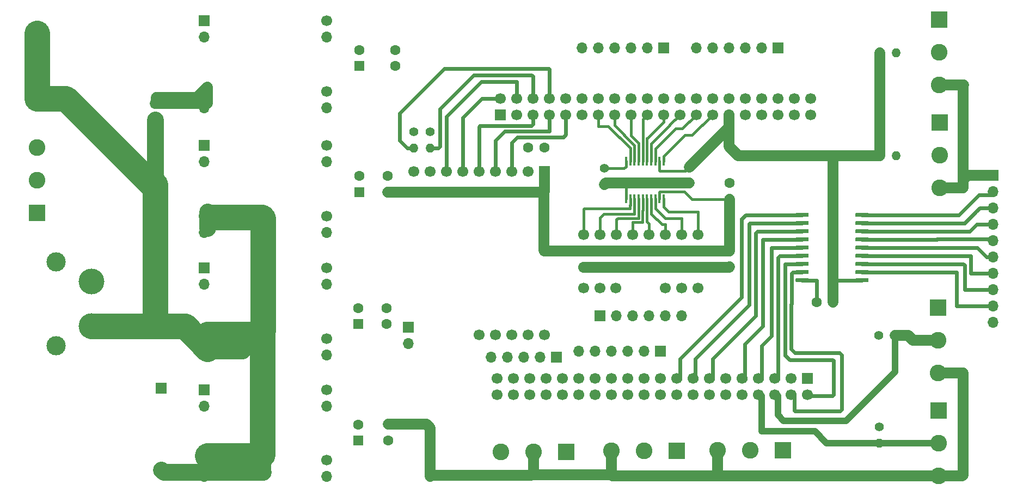
<source format=gbr>
G04 #@! TF.GenerationSoftware,KiCad,Pcbnew,(5.1.4-0-10_14)*
G04 #@! TF.CreationDate,2019-10-14T13:09:17-04:00*
G04 #@! TF.ProjectId,Robot,526f626f-742e-46b6-9963-61645f706362,rev?*
G04 #@! TF.SameCoordinates,Original*
G04 #@! TF.FileFunction,Copper,L1,Top*
G04 #@! TF.FilePolarity,Positive*
%FSLAX46Y46*%
G04 Gerber Fmt 4.6, Leading zero omitted, Abs format (unit mm)*
G04 Created by KiCad (PCBNEW (5.1.4-0-10_14)) date 2019-10-14 13:09:17*
%MOMM*%
%LPD*%
G04 APERTURE LIST*
%ADD10R,1.700000X1.700000*%
%ADD11C,1.700000*%
%ADD12C,1.600000*%
%ADD13R,1.600000X1.600000*%
%ADD14O,1.700000X1.700000*%
%ADD15C,0.100000*%
%ADD16C,0.600000*%
%ADD17O,1.400000X1.400000*%
%ADD18C,1.400000*%
%ADD19R,0.450000X1.450000*%
%ADD20C,3.000000*%
%ADD21C,4.000000*%
%ADD22C,2.600000*%
%ADD23R,2.600000X2.600000*%
%ADD24C,1.700000*%
%ADD25C,4.000000*%
%ADD26C,2.600000*%
%ADD27C,0.450000*%
%ADD28C,0.600000*%
%ADD29C,1.000000*%
G04 APERTURE END LIST*
D10*
X-36700000Y-46350000D03*
X-36700000Y-59050000D03*
D11*
X12690000Y-38050000D03*
X15230000Y-38050000D03*
X17770000Y-38050000D03*
X20310000Y-38050000D03*
X22850000Y-38050000D03*
X2530000Y-12650000D03*
X5070000Y-12650000D03*
X7610000Y-12650000D03*
X10150000Y-12650000D03*
X12690000Y-12650000D03*
X15230000Y-12650000D03*
X17770000Y-12650000D03*
X20310000Y-12650000D03*
D10*
X22850000Y-12650000D03*
D12*
X-5900000Y6200000D03*
D13*
X-5900000Y3700000D03*
D14*
X14615160Y-41516300D03*
X17155160Y-41516300D03*
X19695160Y-41516300D03*
X22235160Y-41516300D03*
D10*
X24775160Y-41516300D03*
D15*
G36*
X73139703Y-19120722D02*
G01*
X73154264Y-19122882D01*
X73168543Y-19126459D01*
X73182403Y-19131418D01*
X73195710Y-19137712D01*
X73208336Y-19145280D01*
X73220159Y-19154048D01*
X73231066Y-19163934D01*
X73240952Y-19174841D01*
X73249720Y-19186664D01*
X73257288Y-19199290D01*
X73263582Y-19212597D01*
X73268541Y-19226457D01*
X73272118Y-19240736D01*
X73274278Y-19255297D01*
X73275000Y-19270000D01*
X73275000Y-19570000D01*
X73274278Y-19584703D01*
X73272118Y-19599264D01*
X73268541Y-19613543D01*
X73263582Y-19627403D01*
X73257288Y-19640710D01*
X73249720Y-19653336D01*
X73240952Y-19665159D01*
X73231066Y-19676066D01*
X73220159Y-19685952D01*
X73208336Y-19694720D01*
X73195710Y-19702288D01*
X73182403Y-19708582D01*
X73168543Y-19713541D01*
X73154264Y-19717118D01*
X73139703Y-19719278D01*
X73125000Y-19720000D01*
X71375000Y-19720000D01*
X71360297Y-19719278D01*
X71345736Y-19717118D01*
X71331457Y-19713541D01*
X71317597Y-19708582D01*
X71304290Y-19702288D01*
X71291664Y-19694720D01*
X71279841Y-19685952D01*
X71268934Y-19676066D01*
X71259048Y-19665159D01*
X71250280Y-19653336D01*
X71242712Y-19640710D01*
X71236418Y-19627403D01*
X71231459Y-19613543D01*
X71227882Y-19599264D01*
X71225722Y-19584703D01*
X71225000Y-19570000D01*
X71225000Y-19270000D01*
X71225722Y-19255297D01*
X71227882Y-19240736D01*
X71231459Y-19226457D01*
X71236418Y-19212597D01*
X71242712Y-19199290D01*
X71250280Y-19186664D01*
X71259048Y-19174841D01*
X71268934Y-19163934D01*
X71279841Y-19154048D01*
X71291664Y-19145280D01*
X71304290Y-19137712D01*
X71317597Y-19131418D01*
X71331457Y-19126459D01*
X71345736Y-19122882D01*
X71360297Y-19120722D01*
X71375000Y-19120000D01*
X73125000Y-19120000D01*
X73139703Y-19120722D01*
X73139703Y-19120722D01*
G37*
D16*
X72250000Y-19420000D03*
D15*
G36*
X73139703Y-20390722D02*
G01*
X73154264Y-20392882D01*
X73168543Y-20396459D01*
X73182403Y-20401418D01*
X73195710Y-20407712D01*
X73208336Y-20415280D01*
X73220159Y-20424048D01*
X73231066Y-20433934D01*
X73240952Y-20444841D01*
X73249720Y-20456664D01*
X73257288Y-20469290D01*
X73263582Y-20482597D01*
X73268541Y-20496457D01*
X73272118Y-20510736D01*
X73274278Y-20525297D01*
X73275000Y-20540000D01*
X73275000Y-20840000D01*
X73274278Y-20854703D01*
X73272118Y-20869264D01*
X73268541Y-20883543D01*
X73263582Y-20897403D01*
X73257288Y-20910710D01*
X73249720Y-20923336D01*
X73240952Y-20935159D01*
X73231066Y-20946066D01*
X73220159Y-20955952D01*
X73208336Y-20964720D01*
X73195710Y-20972288D01*
X73182403Y-20978582D01*
X73168543Y-20983541D01*
X73154264Y-20987118D01*
X73139703Y-20989278D01*
X73125000Y-20990000D01*
X71375000Y-20990000D01*
X71360297Y-20989278D01*
X71345736Y-20987118D01*
X71331457Y-20983541D01*
X71317597Y-20978582D01*
X71304290Y-20972288D01*
X71291664Y-20964720D01*
X71279841Y-20955952D01*
X71268934Y-20946066D01*
X71259048Y-20935159D01*
X71250280Y-20923336D01*
X71242712Y-20910710D01*
X71236418Y-20897403D01*
X71231459Y-20883543D01*
X71227882Y-20869264D01*
X71225722Y-20854703D01*
X71225000Y-20840000D01*
X71225000Y-20540000D01*
X71225722Y-20525297D01*
X71227882Y-20510736D01*
X71231459Y-20496457D01*
X71236418Y-20482597D01*
X71242712Y-20469290D01*
X71250280Y-20456664D01*
X71259048Y-20444841D01*
X71268934Y-20433934D01*
X71279841Y-20424048D01*
X71291664Y-20415280D01*
X71304290Y-20407712D01*
X71317597Y-20401418D01*
X71331457Y-20396459D01*
X71345736Y-20392882D01*
X71360297Y-20390722D01*
X71375000Y-20390000D01*
X73125000Y-20390000D01*
X73139703Y-20390722D01*
X73139703Y-20390722D01*
G37*
D16*
X72250000Y-20690000D03*
D15*
G36*
X73139703Y-21660722D02*
G01*
X73154264Y-21662882D01*
X73168543Y-21666459D01*
X73182403Y-21671418D01*
X73195710Y-21677712D01*
X73208336Y-21685280D01*
X73220159Y-21694048D01*
X73231066Y-21703934D01*
X73240952Y-21714841D01*
X73249720Y-21726664D01*
X73257288Y-21739290D01*
X73263582Y-21752597D01*
X73268541Y-21766457D01*
X73272118Y-21780736D01*
X73274278Y-21795297D01*
X73275000Y-21810000D01*
X73275000Y-22110000D01*
X73274278Y-22124703D01*
X73272118Y-22139264D01*
X73268541Y-22153543D01*
X73263582Y-22167403D01*
X73257288Y-22180710D01*
X73249720Y-22193336D01*
X73240952Y-22205159D01*
X73231066Y-22216066D01*
X73220159Y-22225952D01*
X73208336Y-22234720D01*
X73195710Y-22242288D01*
X73182403Y-22248582D01*
X73168543Y-22253541D01*
X73154264Y-22257118D01*
X73139703Y-22259278D01*
X73125000Y-22260000D01*
X71375000Y-22260000D01*
X71360297Y-22259278D01*
X71345736Y-22257118D01*
X71331457Y-22253541D01*
X71317597Y-22248582D01*
X71304290Y-22242288D01*
X71291664Y-22234720D01*
X71279841Y-22225952D01*
X71268934Y-22216066D01*
X71259048Y-22205159D01*
X71250280Y-22193336D01*
X71242712Y-22180710D01*
X71236418Y-22167403D01*
X71231459Y-22153543D01*
X71227882Y-22139264D01*
X71225722Y-22124703D01*
X71225000Y-22110000D01*
X71225000Y-21810000D01*
X71225722Y-21795297D01*
X71227882Y-21780736D01*
X71231459Y-21766457D01*
X71236418Y-21752597D01*
X71242712Y-21739290D01*
X71250280Y-21726664D01*
X71259048Y-21714841D01*
X71268934Y-21703934D01*
X71279841Y-21694048D01*
X71291664Y-21685280D01*
X71304290Y-21677712D01*
X71317597Y-21671418D01*
X71331457Y-21666459D01*
X71345736Y-21662882D01*
X71360297Y-21660722D01*
X71375000Y-21660000D01*
X73125000Y-21660000D01*
X73139703Y-21660722D01*
X73139703Y-21660722D01*
G37*
D16*
X72250000Y-21960000D03*
D15*
G36*
X73139703Y-22930722D02*
G01*
X73154264Y-22932882D01*
X73168543Y-22936459D01*
X73182403Y-22941418D01*
X73195710Y-22947712D01*
X73208336Y-22955280D01*
X73220159Y-22964048D01*
X73231066Y-22973934D01*
X73240952Y-22984841D01*
X73249720Y-22996664D01*
X73257288Y-23009290D01*
X73263582Y-23022597D01*
X73268541Y-23036457D01*
X73272118Y-23050736D01*
X73274278Y-23065297D01*
X73275000Y-23080000D01*
X73275000Y-23380000D01*
X73274278Y-23394703D01*
X73272118Y-23409264D01*
X73268541Y-23423543D01*
X73263582Y-23437403D01*
X73257288Y-23450710D01*
X73249720Y-23463336D01*
X73240952Y-23475159D01*
X73231066Y-23486066D01*
X73220159Y-23495952D01*
X73208336Y-23504720D01*
X73195710Y-23512288D01*
X73182403Y-23518582D01*
X73168543Y-23523541D01*
X73154264Y-23527118D01*
X73139703Y-23529278D01*
X73125000Y-23530000D01*
X71375000Y-23530000D01*
X71360297Y-23529278D01*
X71345736Y-23527118D01*
X71331457Y-23523541D01*
X71317597Y-23518582D01*
X71304290Y-23512288D01*
X71291664Y-23504720D01*
X71279841Y-23495952D01*
X71268934Y-23486066D01*
X71259048Y-23475159D01*
X71250280Y-23463336D01*
X71242712Y-23450710D01*
X71236418Y-23437403D01*
X71231459Y-23423543D01*
X71227882Y-23409264D01*
X71225722Y-23394703D01*
X71225000Y-23380000D01*
X71225000Y-23080000D01*
X71225722Y-23065297D01*
X71227882Y-23050736D01*
X71231459Y-23036457D01*
X71236418Y-23022597D01*
X71242712Y-23009290D01*
X71250280Y-22996664D01*
X71259048Y-22984841D01*
X71268934Y-22973934D01*
X71279841Y-22964048D01*
X71291664Y-22955280D01*
X71304290Y-22947712D01*
X71317597Y-22941418D01*
X71331457Y-22936459D01*
X71345736Y-22932882D01*
X71360297Y-22930722D01*
X71375000Y-22930000D01*
X73125000Y-22930000D01*
X73139703Y-22930722D01*
X73139703Y-22930722D01*
G37*
D16*
X72250000Y-23230000D03*
D15*
G36*
X73139703Y-24200722D02*
G01*
X73154264Y-24202882D01*
X73168543Y-24206459D01*
X73182403Y-24211418D01*
X73195710Y-24217712D01*
X73208336Y-24225280D01*
X73220159Y-24234048D01*
X73231066Y-24243934D01*
X73240952Y-24254841D01*
X73249720Y-24266664D01*
X73257288Y-24279290D01*
X73263582Y-24292597D01*
X73268541Y-24306457D01*
X73272118Y-24320736D01*
X73274278Y-24335297D01*
X73275000Y-24350000D01*
X73275000Y-24650000D01*
X73274278Y-24664703D01*
X73272118Y-24679264D01*
X73268541Y-24693543D01*
X73263582Y-24707403D01*
X73257288Y-24720710D01*
X73249720Y-24733336D01*
X73240952Y-24745159D01*
X73231066Y-24756066D01*
X73220159Y-24765952D01*
X73208336Y-24774720D01*
X73195710Y-24782288D01*
X73182403Y-24788582D01*
X73168543Y-24793541D01*
X73154264Y-24797118D01*
X73139703Y-24799278D01*
X73125000Y-24800000D01*
X71375000Y-24800000D01*
X71360297Y-24799278D01*
X71345736Y-24797118D01*
X71331457Y-24793541D01*
X71317597Y-24788582D01*
X71304290Y-24782288D01*
X71291664Y-24774720D01*
X71279841Y-24765952D01*
X71268934Y-24756066D01*
X71259048Y-24745159D01*
X71250280Y-24733336D01*
X71242712Y-24720710D01*
X71236418Y-24707403D01*
X71231459Y-24693543D01*
X71227882Y-24679264D01*
X71225722Y-24664703D01*
X71225000Y-24650000D01*
X71225000Y-24350000D01*
X71225722Y-24335297D01*
X71227882Y-24320736D01*
X71231459Y-24306457D01*
X71236418Y-24292597D01*
X71242712Y-24279290D01*
X71250280Y-24266664D01*
X71259048Y-24254841D01*
X71268934Y-24243934D01*
X71279841Y-24234048D01*
X71291664Y-24225280D01*
X71304290Y-24217712D01*
X71317597Y-24211418D01*
X71331457Y-24206459D01*
X71345736Y-24202882D01*
X71360297Y-24200722D01*
X71375000Y-24200000D01*
X73125000Y-24200000D01*
X73139703Y-24200722D01*
X73139703Y-24200722D01*
G37*
D16*
X72250000Y-24500000D03*
D15*
G36*
X73139703Y-25470722D02*
G01*
X73154264Y-25472882D01*
X73168543Y-25476459D01*
X73182403Y-25481418D01*
X73195710Y-25487712D01*
X73208336Y-25495280D01*
X73220159Y-25504048D01*
X73231066Y-25513934D01*
X73240952Y-25524841D01*
X73249720Y-25536664D01*
X73257288Y-25549290D01*
X73263582Y-25562597D01*
X73268541Y-25576457D01*
X73272118Y-25590736D01*
X73274278Y-25605297D01*
X73275000Y-25620000D01*
X73275000Y-25920000D01*
X73274278Y-25934703D01*
X73272118Y-25949264D01*
X73268541Y-25963543D01*
X73263582Y-25977403D01*
X73257288Y-25990710D01*
X73249720Y-26003336D01*
X73240952Y-26015159D01*
X73231066Y-26026066D01*
X73220159Y-26035952D01*
X73208336Y-26044720D01*
X73195710Y-26052288D01*
X73182403Y-26058582D01*
X73168543Y-26063541D01*
X73154264Y-26067118D01*
X73139703Y-26069278D01*
X73125000Y-26070000D01*
X71375000Y-26070000D01*
X71360297Y-26069278D01*
X71345736Y-26067118D01*
X71331457Y-26063541D01*
X71317597Y-26058582D01*
X71304290Y-26052288D01*
X71291664Y-26044720D01*
X71279841Y-26035952D01*
X71268934Y-26026066D01*
X71259048Y-26015159D01*
X71250280Y-26003336D01*
X71242712Y-25990710D01*
X71236418Y-25977403D01*
X71231459Y-25963543D01*
X71227882Y-25949264D01*
X71225722Y-25934703D01*
X71225000Y-25920000D01*
X71225000Y-25620000D01*
X71225722Y-25605297D01*
X71227882Y-25590736D01*
X71231459Y-25576457D01*
X71236418Y-25562597D01*
X71242712Y-25549290D01*
X71250280Y-25536664D01*
X71259048Y-25524841D01*
X71268934Y-25513934D01*
X71279841Y-25504048D01*
X71291664Y-25495280D01*
X71304290Y-25487712D01*
X71317597Y-25481418D01*
X71331457Y-25476459D01*
X71345736Y-25472882D01*
X71360297Y-25470722D01*
X71375000Y-25470000D01*
X73125000Y-25470000D01*
X73139703Y-25470722D01*
X73139703Y-25470722D01*
G37*
D16*
X72250000Y-25770000D03*
D15*
G36*
X73139703Y-26740722D02*
G01*
X73154264Y-26742882D01*
X73168543Y-26746459D01*
X73182403Y-26751418D01*
X73195710Y-26757712D01*
X73208336Y-26765280D01*
X73220159Y-26774048D01*
X73231066Y-26783934D01*
X73240952Y-26794841D01*
X73249720Y-26806664D01*
X73257288Y-26819290D01*
X73263582Y-26832597D01*
X73268541Y-26846457D01*
X73272118Y-26860736D01*
X73274278Y-26875297D01*
X73275000Y-26890000D01*
X73275000Y-27190000D01*
X73274278Y-27204703D01*
X73272118Y-27219264D01*
X73268541Y-27233543D01*
X73263582Y-27247403D01*
X73257288Y-27260710D01*
X73249720Y-27273336D01*
X73240952Y-27285159D01*
X73231066Y-27296066D01*
X73220159Y-27305952D01*
X73208336Y-27314720D01*
X73195710Y-27322288D01*
X73182403Y-27328582D01*
X73168543Y-27333541D01*
X73154264Y-27337118D01*
X73139703Y-27339278D01*
X73125000Y-27340000D01*
X71375000Y-27340000D01*
X71360297Y-27339278D01*
X71345736Y-27337118D01*
X71331457Y-27333541D01*
X71317597Y-27328582D01*
X71304290Y-27322288D01*
X71291664Y-27314720D01*
X71279841Y-27305952D01*
X71268934Y-27296066D01*
X71259048Y-27285159D01*
X71250280Y-27273336D01*
X71242712Y-27260710D01*
X71236418Y-27247403D01*
X71231459Y-27233543D01*
X71227882Y-27219264D01*
X71225722Y-27204703D01*
X71225000Y-27190000D01*
X71225000Y-26890000D01*
X71225722Y-26875297D01*
X71227882Y-26860736D01*
X71231459Y-26846457D01*
X71236418Y-26832597D01*
X71242712Y-26819290D01*
X71250280Y-26806664D01*
X71259048Y-26794841D01*
X71268934Y-26783934D01*
X71279841Y-26774048D01*
X71291664Y-26765280D01*
X71304290Y-26757712D01*
X71317597Y-26751418D01*
X71331457Y-26746459D01*
X71345736Y-26742882D01*
X71360297Y-26740722D01*
X71375000Y-26740000D01*
X73125000Y-26740000D01*
X73139703Y-26740722D01*
X73139703Y-26740722D01*
G37*
D16*
X72250000Y-27040000D03*
D15*
G36*
X73139703Y-28010722D02*
G01*
X73154264Y-28012882D01*
X73168543Y-28016459D01*
X73182403Y-28021418D01*
X73195710Y-28027712D01*
X73208336Y-28035280D01*
X73220159Y-28044048D01*
X73231066Y-28053934D01*
X73240952Y-28064841D01*
X73249720Y-28076664D01*
X73257288Y-28089290D01*
X73263582Y-28102597D01*
X73268541Y-28116457D01*
X73272118Y-28130736D01*
X73274278Y-28145297D01*
X73275000Y-28160000D01*
X73275000Y-28460000D01*
X73274278Y-28474703D01*
X73272118Y-28489264D01*
X73268541Y-28503543D01*
X73263582Y-28517403D01*
X73257288Y-28530710D01*
X73249720Y-28543336D01*
X73240952Y-28555159D01*
X73231066Y-28566066D01*
X73220159Y-28575952D01*
X73208336Y-28584720D01*
X73195710Y-28592288D01*
X73182403Y-28598582D01*
X73168543Y-28603541D01*
X73154264Y-28607118D01*
X73139703Y-28609278D01*
X73125000Y-28610000D01*
X71375000Y-28610000D01*
X71360297Y-28609278D01*
X71345736Y-28607118D01*
X71331457Y-28603541D01*
X71317597Y-28598582D01*
X71304290Y-28592288D01*
X71291664Y-28584720D01*
X71279841Y-28575952D01*
X71268934Y-28566066D01*
X71259048Y-28555159D01*
X71250280Y-28543336D01*
X71242712Y-28530710D01*
X71236418Y-28517403D01*
X71231459Y-28503543D01*
X71227882Y-28489264D01*
X71225722Y-28474703D01*
X71225000Y-28460000D01*
X71225000Y-28160000D01*
X71225722Y-28145297D01*
X71227882Y-28130736D01*
X71231459Y-28116457D01*
X71236418Y-28102597D01*
X71242712Y-28089290D01*
X71250280Y-28076664D01*
X71259048Y-28064841D01*
X71268934Y-28053934D01*
X71279841Y-28044048D01*
X71291664Y-28035280D01*
X71304290Y-28027712D01*
X71317597Y-28021418D01*
X71331457Y-28016459D01*
X71345736Y-28012882D01*
X71360297Y-28010722D01*
X71375000Y-28010000D01*
X73125000Y-28010000D01*
X73139703Y-28010722D01*
X73139703Y-28010722D01*
G37*
D16*
X72250000Y-28310000D03*
D15*
G36*
X73139703Y-29280722D02*
G01*
X73154264Y-29282882D01*
X73168543Y-29286459D01*
X73182403Y-29291418D01*
X73195710Y-29297712D01*
X73208336Y-29305280D01*
X73220159Y-29314048D01*
X73231066Y-29323934D01*
X73240952Y-29334841D01*
X73249720Y-29346664D01*
X73257288Y-29359290D01*
X73263582Y-29372597D01*
X73268541Y-29386457D01*
X73272118Y-29400736D01*
X73274278Y-29415297D01*
X73275000Y-29430000D01*
X73275000Y-29730000D01*
X73274278Y-29744703D01*
X73272118Y-29759264D01*
X73268541Y-29773543D01*
X73263582Y-29787403D01*
X73257288Y-29800710D01*
X73249720Y-29813336D01*
X73240952Y-29825159D01*
X73231066Y-29836066D01*
X73220159Y-29845952D01*
X73208336Y-29854720D01*
X73195710Y-29862288D01*
X73182403Y-29868582D01*
X73168543Y-29873541D01*
X73154264Y-29877118D01*
X73139703Y-29879278D01*
X73125000Y-29880000D01*
X71375000Y-29880000D01*
X71360297Y-29879278D01*
X71345736Y-29877118D01*
X71331457Y-29873541D01*
X71317597Y-29868582D01*
X71304290Y-29862288D01*
X71291664Y-29854720D01*
X71279841Y-29845952D01*
X71268934Y-29836066D01*
X71259048Y-29825159D01*
X71250280Y-29813336D01*
X71242712Y-29800710D01*
X71236418Y-29787403D01*
X71231459Y-29773543D01*
X71227882Y-29759264D01*
X71225722Y-29744703D01*
X71225000Y-29730000D01*
X71225000Y-29430000D01*
X71225722Y-29415297D01*
X71227882Y-29400736D01*
X71231459Y-29386457D01*
X71236418Y-29372597D01*
X71242712Y-29359290D01*
X71250280Y-29346664D01*
X71259048Y-29334841D01*
X71268934Y-29323934D01*
X71279841Y-29314048D01*
X71291664Y-29305280D01*
X71304290Y-29297712D01*
X71317597Y-29291418D01*
X71331457Y-29286459D01*
X71345736Y-29282882D01*
X71360297Y-29280722D01*
X71375000Y-29280000D01*
X73125000Y-29280000D01*
X73139703Y-29280722D01*
X73139703Y-29280722D01*
G37*
D16*
X72250000Y-29580000D03*
D15*
G36*
X63839703Y-29280722D02*
G01*
X63854264Y-29282882D01*
X63868543Y-29286459D01*
X63882403Y-29291418D01*
X63895710Y-29297712D01*
X63908336Y-29305280D01*
X63920159Y-29314048D01*
X63931066Y-29323934D01*
X63940952Y-29334841D01*
X63949720Y-29346664D01*
X63957288Y-29359290D01*
X63963582Y-29372597D01*
X63968541Y-29386457D01*
X63972118Y-29400736D01*
X63974278Y-29415297D01*
X63975000Y-29430000D01*
X63975000Y-29730000D01*
X63974278Y-29744703D01*
X63972118Y-29759264D01*
X63968541Y-29773543D01*
X63963582Y-29787403D01*
X63957288Y-29800710D01*
X63949720Y-29813336D01*
X63940952Y-29825159D01*
X63931066Y-29836066D01*
X63920159Y-29845952D01*
X63908336Y-29854720D01*
X63895710Y-29862288D01*
X63882403Y-29868582D01*
X63868543Y-29873541D01*
X63854264Y-29877118D01*
X63839703Y-29879278D01*
X63825000Y-29880000D01*
X62075000Y-29880000D01*
X62060297Y-29879278D01*
X62045736Y-29877118D01*
X62031457Y-29873541D01*
X62017597Y-29868582D01*
X62004290Y-29862288D01*
X61991664Y-29854720D01*
X61979841Y-29845952D01*
X61968934Y-29836066D01*
X61959048Y-29825159D01*
X61950280Y-29813336D01*
X61942712Y-29800710D01*
X61936418Y-29787403D01*
X61931459Y-29773543D01*
X61927882Y-29759264D01*
X61925722Y-29744703D01*
X61925000Y-29730000D01*
X61925000Y-29430000D01*
X61925722Y-29415297D01*
X61927882Y-29400736D01*
X61931459Y-29386457D01*
X61936418Y-29372597D01*
X61942712Y-29359290D01*
X61950280Y-29346664D01*
X61959048Y-29334841D01*
X61968934Y-29323934D01*
X61979841Y-29314048D01*
X61991664Y-29305280D01*
X62004290Y-29297712D01*
X62017597Y-29291418D01*
X62031457Y-29286459D01*
X62045736Y-29282882D01*
X62060297Y-29280722D01*
X62075000Y-29280000D01*
X63825000Y-29280000D01*
X63839703Y-29280722D01*
X63839703Y-29280722D01*
G37*
D16*
X62950000Y-29580000D03*
D15*
G36*
X63839703Y-28010722D02*
G01*
X63854264Y-28012882D01*
X63868543Y-28016459D01*
X63882403Y-28021418D01*
X63895710Y-28027712D01*
X63908336Y-28035280D01*
X63920159Y-28044048D01*
X63931066Y-28053934D01*
X63940952Y-28064841D01*
X63949720Y-28076664D01*
X63957288Y-28089290D01*
X63963582Y-28102597D01*
X63968541Y-28116457D01*
X63972118Y-28130736D01*
X63974278Y-28145297D01*
X63975000Y-28160000D01*
X63975000Y-28460000D01*
X63974278Y-28474703D01*
X63972118Y-28489264D01*
X63968541Y-28503543D01*
X63963582Y-28517403D01*
X63957288Y-28530710D01*
X63949720Y-28543336D01*
X63940952Y-28555159D01*
X63931066Y-28566066D01*
X63920159Y-28575952D01*
X63908336Y-28584720D01*
X63895710Y-28592288D01*
X63882403Y-28598582D01*
X63868543Y-28603541D01*
X63854264Y-28607118D01*
X63839703Y-28609278D01*
X63825000Y-28610000D01*
X62075000Y-28610000D01*
X62060297Y-28609278D01*
X62045736Y-28607118D01*
X62031457Y-28603541D01*
X62017597Y-28598582D01*
X62004290Y-28592288D01*
X61991664Y-28584720D01*
X61979841Y-28575952D01*
X61968934Y-28566066D01*
X61959048Y-28555159D01*
X61950280Y-28543336D01*
X61942712Y-28530710D01*
X61936418Y-28517403D01*
X61931459Y-28503543D01*
X61927882Y-28489264D01*
X61925722Y-28474703D01*
X61925000Y-28460000D01*
X61925000Y-28160000D01*
X61925722Y-28145297D01*
X61927882Y-28130736D01*
X61931459Y-28116457D01*
X61936418Y-28102597D01*
X61942712Y-28089290D01*
X61950280Y-28076664D01*
X61959048Y-28064841D01*
X61968934Y-28053934D01*
X61979841Y-28044048D01*
X61991664Y-28035280D01*
X62004290Y-28027712D01*
X62017597Y-28021418D01*
X62031457Y-28016459D01*
X62045736Y-28012882D01*
X62060297Y-28010722D01*
X62075000Y-28010000D01*
X63825000Y-28010000D01*
X63839703Y-28010722D01*
X63839703Y-28010722D01*
G37*
D16*
X62950000Y-28310000D03*
D15*
G36*
X63839703Y-26740722D02*
G01*
X63854264Y-26742882D01*
X63868543Y-26746459D01*
X63882403Y-26751418D01*
X63895710Y-26757712D01*
X63908336Y-26765280D01*
X63920159Y-26774048D01*
X63931066Y-26783934D01*
X63940952Y-26794841D01*
X63949720Y-26806664D01*
X63957288Y-26819290D01*
X63963582Y-26832597D01*
X63968541Y-26846457D01*
X63972118Y-26860736D01*
X63974278Y-26875297D01*
X63975000Y-26890000D01*
X63975000Y-27190000D01*
X63974278Y-27204703D01*
X63972118Y-27219264D01*
X63968541Y-27233543D01*
X63963582Y-27247403D01*
X63957288Y-27260710D01*
X63949720Y-27273336D01*
X63940952Y-27285159D01*
X63931066Y-27296066D01*
X63920159Y-27305952D01*
X63908336Y-27314720D01*
X63895710Y-27322288D01*
X63882403Y-27328582D01*
X63868543Y-27333541D01*
X63854264Y-27337118D01*
X63839703Y-27339278D01*
X63825000Y-27340000D01*
X62075000Y-27340000D01*
X62060297Y-27339278D01*
X62045736Y-27337118D01*
X62031457Y-27333541D01*
X62017597Y-27328582D01*
X62004290Y-27322288D01*
X61991664Y-27314720D01*
X61979841Y-27305952D01*
X61968934Y-27296066D01*
X61959048Y-27285159D01*
X61950280Y-27273336D01*
X61942712Y-27260710D01*
X61936418Y-27247403D01*
X61931459Y-27233543D01*
X61927882Y-27219264D01*
X61925722Y-27204703D01*
X61925000Y-27190000D01*
X61925000Y-26890000D01*
X61925722Y-26875297D01*
X61927882Y-26860736D01*
X61931459Y-26846457D01*
X61936418Y-26832597D01*
X61942712Y-26819290D01*
X61950280Y-26806664D01*
X61959048Y-26794841D01*
X61968934Y-26783934D01*
X61979841Y-26774048D01*
X61991664Y-26765280D01*
X62004290Y-26757712D01*
X62017597Y-26751418D01*
X62031457Y-26746459D01*
X62045736Y-26742882D01*
X62060297Y-26740722D01*
X62075000Y-26740000D01*
X63825000Y-26740000D01*
X63839703Y-26740722D01*
X63839703Y-26740722D01*
G37*
D16*
X62950000Y-27040000D03*
D15*
G36*
X63839703Y-25470722D02*
G01*
X63854264Y-25472882D01*
X63868543Y-25476459D01*
X63882403Y-25481418D01*
X63895710Y-25487712D01*
X63908336Y-25495280D01*
X63920159Y-25504048D01*
X63931066Y-25513934D01*
X63940952Y-25524841D01*
X63949720Y-25536664D01*
X63957288Y-25549290D01*
X63963582Y-25562597D01*
X63968541Y-25576457D01*
X63972118Y-25590736D01*
X63974278Y-25605297D01*
X63975000Y-25620000D01*
X63975000Y-25920000D01*
X63974278Y-25934703D01*
X63972118Y-25949264D01*
X63968541Y-25963543D01*
X63963582Y-25977403D01*
X63957288Y-25990710D01*
X63949720Y-26003336D01*
X63940952Y-26015159D01*
X63931066Y-26026066D01*
X63920159Y-26035952D01*
X63908336Y-26044720D01*
X63895710Y-26052288D01*
X63882403Y-26058582D01*
X63868543Y-26063541D01*
X63854264Y-26067118D01*
X63839703Y-26069278D01*
X63825000Y-26070000D01*
X62075000Y-26070000D01*
X62060297Y-26069278D01*
X62045736Y-26067118D01*
X62031457Y-26063541D01*
X62017597Y-26058582D01*
X62004290Y-26052288D01*
X61991664Y-26044720D01*
X61979841Y-26035952D01*
X61968934Y-26026066D01*
X61959048Y-26015159D01*
X61950280Y-26003336D01*
X61942712Y-25990710D01*
X61936418Y-25977403D01*
X61931459Y-25963543D01*
X61927882Y-25949264D01*
X61925722Y-25934703D01*
X61925000Y-25920000D01*
X61925000Y-25620000D01*
X61925722Y-25605297D01*
X61927882Y-25590736D01*
X61931459Y-25576457D01*
X61936418Y-25562597D01*
X61942712Y-25549290D01*
X61950280Y-25536664D01*
X61959048Y-25524841D01*
X61968934Y-25513934D01*
X61979841Y-25504048D01*
X61991664Y-25495280D01*
X62004290Y-25487712D01*
X62017597Y-25481418D01*
X62031457Y-25476459D01*
X62045736Y-25472882D01*
X62060297Y-25470722D01*
X62075000Y-25470000D01*
X63825000Y-25470000D01*
X63839703Y-25470722D01*
X63839703Y-25470722D01*
G37*
D16*
X62950000Y-25770000D03*
D15*
G36*
X63839703Y-24200722D02*
G01*
X63854264Y-24202882D01*
X63868543Y-24206459D01*
X63882403Y-24211418D01*
X63895710Y-24217712D01*
X63908336Y-24225280D01*
X63920159Y-24234048D01*
X63931066Y-24243934D01*
X63940952Y-24254841D01*
X63949720Y-24266664D01*
X63957288Y-24279290D01*
X63963582Y-24292597D01*
X63968541Y-24306457D01*
X63972118Y-24320736D01*
X63974278Y-24335297D01*
X63975000Y-24350000D01*
X63975000Y-24650000D01*
X63974278Y-24664703D01*
X63972118Y-24679264D01*
X63968541Y-24693543D01*
X63963582Y-24707403D01*
X63957288Y-24720710D01*
X63949720Y-24733336D01*
X63940952Y-24745159D01*
X63931066Y-24756066D01*
X63920159Y-24765952D01*
X63908336Y-24774720D01*
X63895710Y-24782288D01*
X63882403Y-24788582D01*
X63868543Y-24793541D01*
X63854264Y-24797118D01*
X63839703Y-24799278D01*
X63825000Y-24800000D01*
X62075000Y-24800000D01*
X62060297Y-24799278D01*
X62045736Y-24797118D01*
X62031457Y-24793541D01*
X62017597Y-24788582D01*
X62004290Y-24782288D01*
X61991664Y-24774720D01*
X61979841Y-24765952D01*
X61968934Y-24756066D01*
X61959048Y-24745159D01*
X61950280Y-24733336D01*
X61942712Y-24720710D01*
X61936418Y-24707403D01*
X61931459Y-24693543D01*
X61927882Y-24679264D01*
X61925722Y-24664703D01*
X61925000Y-24650000D01*
X61925000Y-24350000D01*
X61925722Y-24335297D01*
X61927882Y-24320736D01*
X61931459Y-24306457D01*
X61936418Y-24292597D01*
X61942712Y-24279290D01*
X61950280Y-24266664D01*
X61959048Y-24254841D01*
X61968934Y-24243934D01*
X61979841Y-24234048D01*
X61991664Y-24225280D01*
X62004290Y-24217712D01*
X62017597Y-24211418D01*
X62031457Y-24206459D01*
X62045736Y-24202882D01*
X62060297Y-24200722D01*
X62075000Y-24200000D01*
X63825000Y-24200000D01*
X63839703Y-24200722D01*
X63839703Y-24200722D01*
G37*
D16*
X62950000Y-24500000D03*
D15*
G36*
X63839703Y-22930722D02*
G01*
X63854264Y-22932882D01*
X63868543Y-22936459D01*
X63882403Y-22941418D01*
X63895710Y-22947712D01*
X63908336Y-22955280D01*
X63920159Y-22964048D01*
X63931066Y-22973934D01*
X63940952Y-22984841D01*
X63949720Y-22996664D01*
X63957288Y-23009290D01*
X63963582Y-23022597D01*
X63968541Y-23036457D01*
X63972118Y-23050736D01*
X63974278Y-23065297D01*
X63975000Y-23080000D01*
X63975000Y-23380000D01*
X63974278Y-23394703D01*
X63972118Y-23409264D01*
X63968541Y-23423543D01*
X63963582Y-23437403D01*
X63957288Y-23450710D01*
X63949720Y-23463336D01*
X63940952Y-23475159D01*
X63931066Y-23486066D01*
X63920159Y-23495952D01*
X63908336Y-23504720D01*
X63895710Y-23512288D01*
X63882403Y-23518582D01*
X63868543Y-23523541D01*
X63854264Y-23527118D01*
X63839703Y-23529278D01*
X63825000Y-23530000D01*
X62075000Y-23530000D01*
X62060297Y-23529278D01*
X62045736Y-23527118D01*
X62031457Y-23523541D01*
X62017597Y-23518582D01*
X62004290Y-23512288D01*
X61991664Y-23504720D01*
X61979841Y-23495952D01*
X61968934Y-23486066D01*
X61959048Y-23475159D01*
X61950280Y-23463336D01*
X61942712Y-23450710D01*
X61936418Y-23437403D01*
X61931459Y-23423543D01*
X61927882Y-23409264D01*
X61925722Y-23394703D01*
X61925000Y-23380000D01*
X61925000Y-23080000D01*
X61925722Y-23065297D01*
X61927882Y-23050736D01*
X61931459Y-23036457D01*
X61936418Y-23022597D01*
X61942712Y-23009290D01*
X61950280Y-22996664D01*
X61959048Y-22984841D01*
X61968934Y-22973934D01*
X61979841Y-22964048D01*
X61991664Y-22955280D01*
X62004290Y-22947712D01*
X62017597Y-22941418D01*
X62031457Y-22936459D01*
X62045736Y-22932882D01*
X62060297Y-22930722D01*
X62075000Y-22930000D01*
X63825000Y-22930000D01*
X63839703Y-22930722D01*
X63839703Y-22930722D01*
G37*
D16*
X62950000Y-23230000D03*
D15*
G36*
X63839703Y-21660722D02*
G01*
X63854264Y-21662882D01*
X63868543Y-21666459D01*
X63882403Y-21671418D01*
X63895710Y-21677712D01*
X63908336Y-21685280D01*
X63920159Y-21694048D01*
X63931066Y-21703934D01*
X63940952Y-21714841D01*
X63949720Y-21726664D01*
X63957288Y-21739290D01*
X63963582Y-21752597D01*
X63968541Y-21766457D01*
X63972118Y-21780736D01*
X63974278Y-21795297D01*
X63975000Y-21810000D01*
X63975000Y-22110000D01*
X63974278Y-22124703D01*
X63972118Y-22139264D01*
X63968541Y-22153543D01*
X63963582Y-22167403D01*
X63957288Y-22180710D01*
X63949720Y-22193336D01*
X63940952Y-22205159D01*
X63931066Y-22216066D01*
X63920159Y-22225952D01*
X63908336Y-22234720D01*
X63895710Y-22242288D01*
X63882403Y-22248582D01*
X63868543Y-22253541D01*
X63854264Y-22257118D01*
X63839703Y-22259278D01*
X63825000Y-22260000D01*
X62075000Y-22260000D01*
X62060297Y-22259278D01*
X62045736Y-22257118D01*
X62031457Y-22253541D01*
X62017597Y-22248582D01*
X62004290Y-22242288D01*
X61991664Y-22234720D01*
X61979841Y-22225952D01*
X61968934Y-22216066D01*
X61959048Y-22205159D01*
X61950280Y-22193336D01*
X61942712Y-22180710D01*
X61936418Y-22167403D01*
X61931459Y-22153543D01*
X61927882Y-22139264D01*
X61925722Y-22124703D01*
X61925000Y-22110000D01*
X61925000Y-21810000D01*
X61925722Y-21795297D01*
X61927882Y-21780736D01*
X61931459Y-21766457D01*
X61936418Y-21752597D01*
X61942712Y-21739290D01*
X61950280Y-21726664D01*
X61959048Y-21714841D01*
X61968934Y-21703934D01*
X61979841Y-21694048D01*
X61991664Y-21685280D01*
X62004290Y-21677712D01*
X62017597Y-21671418D01*
X62031457Y-21666459D01*
X62045736Y-21662882D01*
X62060297Y-21660722D01*
X62075000Y-21660000D01*
X63825000Y-21660000D01*
X63839703Y-21660722D01*
X63839703Y-21660722D01*
G37*
D16*
X62950000Y-21960000D03*
D15*
G36*
X63839703Y-20390722D02*
G01*
X63854264Y-20392882D01*
X63868543Y-20396459D01*
X63882403Y-20401418D01*
X63895710Y-20407712D01*
X63908336Y-20415280D01*
X63920159Y-20424048D01*
X63931066Y-20433934D01*
X63940952Y-20444841D01*
X63949720Y-20456664D01*
X63957288Y-20469290D01*
X63963582Y-20482597D01*
X63968541Y-20496457D01*
X63972118Y-20510736D01*
X63974278Y-20525297D01*
X63975000Y-20540000D01*
X63975000Y-20840000D01*
X63974278Y-20854703D01*
X63972118Y-20869264D01*
X63968541Y-20883543D01*
X63963582Y-20897403D01*
X63957288Y-20910710D01*
X63949720Y-20923336D01*
X63940952Y-20935159D01*
X63931066Y-20946066D01*
X63920159Y-20955952D01*
X63908336Y-20964720D01*
X63895710Y-20972288D01*
X63882403Y-20978582D01*
X63868543Y-20983541D01*
X63854264Y-20987118D01*
X63839703Y-20989278D01*
X63825000Y-20990000D01*
X62075000Y-20990000D01*
X62060297Y-20989278D01*
X62045736Y-20987118D01*
X62031457Y-20983541D01*
X62017597Y-20978582D01*
X62004290Y-20972288D01*
X61991664Y-20964720D01*
X61979841Y-20955952D01*
X61968934Y-20946066D01*
X61959048Y-20935159D01*
X61950280Y-20923336D01*
X61942712Y-20910710D01*
X61936418Y-20897403D01*
X61931459Y-20883543D01*
X61927882Y-20869264D01*
X61925722Y-20854703D01*
X61925000Y-20840000D01*
X61925000Y-20540000D01*
X61925722Y-20525297D01*
X61927882Y-20510736D01*
X61931459Y-20496457D01*
X61936418Y-20482597D01*
X61942712Y-20469290D01*
X61950280Y-20456664D01*
X61959048Y-20444841D01*
X61968934Y-20433934D01*
X61979841Y-20424048D01*
X61991664Y-20415280D01*
X62004290Y-20407712D01*
X62017597Y-20401418D01*
X62031457Y-20396459D01*
X62045736Y-20392882D01*
X62060297Y-20390722D01*
X62075000Y-20390000D01*
X63825000Y-20390000D01*
X63839703Y-20390722D01*
X63839703Y-20390722D01*
G37*
D16*
X62950000Y-20690000D03*
D15*
G36*
X63839703Y-19120722D02*
G01*
X63854264Y-19122882D01*
X63868543Y-19126459D01*
X63882403Y-19131418D01*
X63895710Y-19137712D01*
X63908336Y-19145280D01*
X63920159Y-19154048D01*
X63931066Y-19163934D01*
X63940952Y-19174841D01*
X63949720Y-19186664D01*
X63957288Y-19199290D01*
X63963582Y-19212597D01*
X63968541Y-19226457D01*
X63972118Y-19240736D01*
X63974278Y-19255297D01*
X63975000Y-19270000D01*
X63975000Y-19570000D01*
X63974278Y-19584703D01*
X63972118Y-19599264D01*
X63968541Y-19613543D01*
X63963582Y-19627403D01*
X63957288Y-19640710D01*
X63949720Y-19653336D01*
X63940952Y-19665159D01*
X63931066Y-19676066D01*
X63920159Y-19685952D01*
X63908336Y-19694720D01*
X63895710Y-19702288D01*
X63882403Y-19708582D01*
X63868543Y-19713541D01*
X63854264Y-19717118D01*
X63839703Y-19719278D01*
X63825000Y-19720000D01*
X62075000Y-19720000D01*
X62060297Y-19719278D01*
X62045736Y-19717118D01*
X62031457Y-19713541D01*
X62017597Y-19708582D01*
X62004290Y-19702288D01*
X61991664Y-19694720D01*
X61979841Y-19685952D01*
X61968934Y-19676066D01*
X61959048Y-19665159D01*
X61950280Y-19653336D01*
X61942712Y-19640710D01*
X61936418Y-19627403D01*
X61931459Y-19613543D01*
X61927882Y-19599264D01*
X61925722Y-19584703D01*
X61925000Y-19570000D01*
X61925000Y-19270000D01*
X61925722Y-19255297D01*
X61927882Y-19240736D01*
X61931459Y-19226457D01*
X61936418Y-19212597D01*
X61942712Y-19199290D01*
X61950280Y-19186664D01*
X61959048Y-19174841D01*
X61968934Y-19163934D01*
X61979841Y-19154048D01*
X61991664Y-19145280D01*
X62004290Y-19137712D01*
X62017597Y-19131418D01*
X62031457Y-19126459D01*
X62045736Y-19122882D01*
X62060297Y-19120722D01*
X62075000Y-19120000D01*
X63825000Y-19120000D01*
X63839703Y-19120722D01*
X63839703Y-19120722D01*
G37*
D16*
X62950000Y-19420000D03*
D17*
X74932540Y-54897020D03*
D18*
X74932540Y-52357020D03*
D17*
X77440000Y-38150000D03*
D18*
X74900000Y-38150000D03*
D17*
X77540000Y-10200000D03*
D18*
X75000000Y-10200000D03*
D17*
X77540000Y5800000D03*
D18*
X75000000Y5800000D03*
D19*
X41425000Y-16950000D03*
X40775000Y-16950000D03*
X40125000Y-16950000D03*
X39475000Y-16950000D03*
X38825000Y-16950000D03*
X38175000Y-16950000D03*
X37525000Y-16950000D03*
X36875000Y-16950000D03*
X36225000Y-16950000D03*
X35575000Y-16950000D03*
X35575000Y-11050000D03*
X36225000Y-11050000D03*
X36875000Y-11050000D03*
X37525000Y-11050000D03*
X38175000Y-11050000D03*
X38825000Y-11050000D03*
X39475000Y-11050000D03*
X40125000Y-11050000D03*
X40775000Y-11050000D03*
X41425000Y-11050000D03*
D11*
X-11000000Y-250000D03*
D14*
X-11000000Y-2790000D03*
X-30000000Y-2790000D03*
D11*
X-30000000Y-250000D03*
D14*
X-11000000Y8210000D03*
D11*
X-11000000Y10750000D03*
D14*
X-30000000Y8210000D03*
D10*
X-30000000Y10750000D03*
D11*
X-11000000Y-19653500D03*
D14*
X-11000000Y-22193500D03*
X-30000000Y-22193500D03*
D11*
X-30000000Y-19653500D03*
D14*
X-11000000Y-11193500D03*
D11*
X-11000000Y-8653500D03*
D14*
X-30000000Y-11193500D03*
D10*
X-30000000Y-8653500D03*
D11*
X-11000000Y-38700000D03*
D14*
X-11000000Y-41240000D03*
X-30000000Y-41240000D03*
D11*
X-30000000Y-38700000D03*
D14*
X-11000000Y-30240000D03*
D11*
X-11000000Y-27700000D03*
D14*
X-30000000Y-30240000D03*
D10*
X-30000000Y-27700000D03*
D11*
X-11000000Y-57600000D03*
D14*
X-11000000Y-60140000D03*
X-30000000Y-60140000D03*
D11*
X-30000000Y-57600000D03*
D14*
X-11000000Y-49140000D03*
D11*
X-11000000Y-46600000D03*
D14*
X-30000000Y-49140000D03*
D10*
X-30000000Y-46600000D03*
D11*
X46780000Y-30780000D03*
X44240000Y-30780000D03*
X41700000Y-30780000D03*
X34000000Y-30780000D03*
X31500000Y-30780000D03*
X29000000Y-30780000D03*
X46780000Y-27580000D03*
X44240000Y-27580000D03*
X41700000Y-27580000D03*
X39160000Y-27580000D03*
X36620000Y-27580000D03*
X34080000Y-27580000D03*
X31540000Y-27580000D03*
X29000000Y-27580000D03*
X46780000Y-25040000D03*
X44240000Y-25040000D03*
X41700000Y-25040000D03*
X39160000Y-25040000D03*
X36620000Y-25040000D03*
X34080000Y-25040000D03*
X31540000Y-25040000D03*
X29000000Y-25040000D03*
X46780000Y-22500000D03*
X44240000Y-22500000D03*
X41700000Y-22500000D03*
X39160000Y-22500000D03*
X36620000Y-22500000D03*
X34080000Y-22500000D03*
X31540000Y-22500000D03*
X29000000Y-22500000D03*
X15540000Y-47410000D03*
X15540000Y-44870000D03*
X18080000Y-47410000D03*
X18080000Y-44870000D03*
X20620000Y-47410000D03*
X20620000Y-44870000D03*
X23160000Y-47410000D03*
X23160000Y-44870000D03*
X25700000Y-47410000D03*
X25700000Y-44870000D03*
X28240000Y-47410000D03*
X28240000Y-44870000D03*
X30780000Y-47410000D03*
X30780000Y-44870000D03*
X33320000Y-47410000D03*
X33320000Y-44870000D03*
X35860000Y-47410000D03*
X35860000Y-44870000D03*
X38400000Y-47410000D03*
X38400000Y-44870000D03*
X40940000Y-47410000D03*
X40940000Y-44870000D03*
X43480000Y-47410000D03*
X43480000Y-44870000D03*
X46020000Y-47410000D03*
X46020000Y-44870000D03*
X48560000Y-47410000D03*
X48560000Y-44870000D03*
X51100000Y-47410000D03*
X51100000Y-44870000D03*
X53640000Y-47410000D03*
X53640000Y-44870000D03*
X56180000Y-47410000D03*
X56180000Y-44870000D03*
X58720000Y-47410000D03*
X58720000Y-44870000D03*
X61260000Y-47410000D03*
X61260000Y-44870000D03*
X63800000Y-47410000D03*
D10*
X63800000Y-44870000D03*
D17*
X32222440Y-14759940D03*
D18*
X32222440Y-12219940D03*
D17*
X5067300Y-9037320D03*
D18*
X5067300Y-6497320D03*
D17*
X2532380Y-9047480D03*
D18*
X2532380Y-6507480D03*
D14*
X28201360Y-40619220D03*
X30741360Y-40619220D03*
X33281360Y-40619220D03*
X35821360Y-40619220D03*
X38361360Y-40619220D03*
D10*
X40901360Y-40619220D03*
D14*
X28680000Y6500000D03*
X31220000Y6500000D03*
X33760000Y6500000D03*
X36300000Y6500000D03*
X38840000Y6500000D03*
D10*
X41380000Y6500000D03*
D14*
X46500000Y6500000D03*
X49040000Y6500000D03*
X51580000Y6500000D03*
X54120000Y6500000D03*
X56660000Y6500000D03*
D10*
X59200000Y6500000D03*
D12*
X-5900420Y-13372460D03*
D13*
X-5900420Y-15872460D03*
D12*
X-6075680Y-33913440D03*
D13*
X-6075680Y-36413440D03*
D12*
X-6050280Y-52026180D03*
D13*
X-6050280Y-54526180D03*
D12*
X-300000Y6200000D03*
X-300000Y3700000D03*
X-1513840Y-13372460D03*
X-1513840Y-15872460D03*
X-1699260Y-33913440D03*
X-1699260Y-36413440D03*
X-1402080Y-51995700D03*
X-1402080Y-54495700D03*
X65244340Y-32979360D03*
X67744340Y-32979360D03*
X51648360Y-27544400D03*
X51648360Y-25044400D03*
X51650900Y-14492600D03*
X51650900Y-16992600D03*
X45400000Y-14500000D03*
X45400000Y-12000000D03*
X20350000Y-9000000D03*
X22850000Y-9000000D03*
D14*
X-37650000Y-2110000D03*
D10*
X-37650000Y-4650000D03*
D14*
X1674620Y-39419720D03*
D10*
X1674620Y-36879720D03*
D20*
X-53100000Y-39750000D03*
X-53100000Y-26750000D03*
D21*
X-47600000Y-36750000D03*
X-47600000Y-29750000D03*
D11*
X64260000Y-1300000D03*
X64260000Y-3840000D03*
X61720000Y-1300000D03*
X61720000Y-3840000D03*
X59180000Y-1300000D03*
X59180000Y-3840000D03*
X56640000Y-1300000D03*
X56640000Y-3840000D03*
X54100000Y-1300000D03*
X54100000Y-3840000D03*
X51560000Y-1300000D03*
X51560000Y-3840000D03*
X49020000Y-1300000D03*
X49020000Y-3840000D03*
X46480000Y-1300000D03*
X46480000Y-3840000D03*
X43940000Y-1300000D03*
X43940000Y-3840000D03*
X41400000Y-1300000D03*
X41400000Y-3840000D03*
X38860000Y-1300000D03*
X38860000Y-3840000D03*
X36320000Y-1300000D03*
X36320000Y-3840000D03*
X33780000Y-1300000D03*
X33780000Y-3840000D03*
X31240000Y-1300000D03*
X31240000Y-3840000D03*
X28700000Y-1300000D03*
X28700000Y-3840000D03*
X26160000Y-1300000D03*
X26160000Y-3840000D03*
X23620000Y-1300000D03*
X23620000Y-3840000D03*
X21080000Y-1300000D03*
X21080000Y-3840000D03*
X18540000Y-1300000D03*
X18540000Y-3840000D03*
X16000000Y-1300000D03*
D10*
X16000000Y-3840000D03*
D22*
X-56000000Y-8920000D03*
X-56000000Y-14000000D03*
D23*
X-56000000Y-19080000D03*
D22*
X-56000000Y8860000D03*
X-56000000Y3780000D03*
D23*
X-56000000Y-1300000D03*
D22*
X33290000Y-56150000D03*
X38370000Y-56150000D03*
D23*
X43450000Y-56150000D03*
D22*
X49790000Y-56000000D03*
X54870000Y-56000000D03*
D23*
X59950000Y-56000000D03*
D22*
X84150000Y-60010000D03*
X84150000Y-54930000D03*
D23*
X84150000Y-49850000D03*
D22*
X84100000Y-44010000D03*
X84100000Y-38930000D03*
D23*
X84100000Y-33850000D03*
D22*
X84350000Y-15260000D03*
X84350000Y-10180000D03*
D23*
X84350000Y-5100000D03*
D22*
X84300000Y740000D03*
X84300000Y5820000D03*
D23*
X84300000Y10900000D03*
D14*
X92650000Y-36160000D03*
X92650000Y-33620000D03*
X92650000Y-31080000D03*
X92650000Y-28540000D03*
X92650000Y-26000000D03*
X92650000Y-23460000D03*
X92650000Y-20920000D03*
X92650000Y-18380000D03*
X92650000Y-15840000D03*
D10*
X92650000Y-13300000D03*
D22*
X16090000Y-56250000D03*
X21170000Y-56250000D03*
D23*
X26250000Y-56250000D03*
D14*
X44250000Y-35150000D03*
X41710000Y-35150000D03*
X39170000Y-35150000D03*
X36630000Y-35150000D03*
X34090000Y-35150000D03*
D10*
X31550000Y-35150000D03*
D24*
X-29500000Y-56900000D02*
X-29500000Y-59440000D01*
D25*
X-29500000Y-56900000D02*
X-21550000Y-56900000D01*
X-20950000Y-56750000D02*
X-20950000Y-37900000D01*
X-21600000Y-38000000D02*
X-29500000Y-38000000D01*
D26*
X-21550000Y-38050000D02*
X-21600000Y-38000000D01*
D25*
X-28650001Y-19803499D02*
X-21096501Y-19803499D01*
D26*
X-29500000Y-18953500D02*
X-28650001Y-19803499D01*
X-21096501Y-19803499D02*
X-20900000Y-20000000D01*
X-20900000Y-37400000D02*
X-21550000Y-38050000D01*
D25*
X-20900000Y-20000000D02*
X-20900000Y-37400000D01*
X-33000000Y-36750000D02*
X-29500000Y-40250000D01*
D24*
X-29500000Y-38000000D02*
X-29500000Y-40250000D01*
X-29500000Y-40250000D02*
X-29500000Y-40540000D01*
D25*
X-38600000Y-36750000D02*
X-33000000Y-36750000D01*
X-47600000Y-36750000D02*
X-38600000Y-36750000D01*
D26*
X-36310000Y-59440000D02*
X-36700000Y-59050000D01*
X-29500000Y-59440000D02*
X-36310000Y-59440000D01*
X-29500000Y-18953500D02*
X-29500000Y-21493500D01*
X-37700000Y-37200000D02*
X-37700000Y-14750000D01*
X-37650000Y-14700000D02*
X-37700000Y-14750000D01*
X-37650000Y-4650000D02*
X-37650000Y-14700000D01*
X-29500000Y-59440000D02*
X-20890000Y-59440000D01*
X-20950000Y-59380000D02*
X-20950000Y-56750000D01*
X-20890000Y-59440000D02*
X-20950000Y-59380000D01*
X-24140000Y-40540000D02*
X-21600000Y-38000000D01*
X-29500000Y-40540000D02*
X-24140000Y-40540000D01*
D25*
X-51450000Y-1450000D02*
X-38100000Y-14800000D01*
X-37700000Y-35850000D02*
X-38600000Y-36750000D01*
X-37700000Y-14750000D02*
X-37700000Y-35850000D01*
X-51600000Y-1300000D02*
X-51450000Y-1450000D01*
X-56000000Y-1300000D02*
X-51600000Y-1300000D01*
X-56000000Y-1300000D02*
X-56000000Y3780000D01*
X-56000000Y3780000D02*
X-56000000Y8860000D01*
D24*
X84300000Y740000D02*
X88040000Y740000D01*
X88040000Y740000D02*
X88000000Y700000D01*
X84360000Y-15250000D02*
X84350000Y-15260000D01*
X88000000Y-15250000D02*
X84360000Y-15250000D01*
X88650000Y-13300000D02*
X88000000Y-13950000D01*
X92650000Y-13300000D02*
X88650000Y-13300000D01*
X88000000Y700000D02*
X88000000Y-13950000D01*
X88000000Y-13950000D02*
X88000000Y-15250000D01*
X84100000Y-44010000D02*
X87960000Y-44010000D01*
X87960000Y-44010000D02*
X87950000Y-44020000D01*
X87950000Y-44020000D02*
X87950000Y-59900000D01*
X87840000Y-60010000D02*
X84150000Y-60010000D01*
X87950000Y-59900000D02*
X87840000Y-60010000D01*
D27*
X35575000Y-16950000D02*
X35575000Y-14757160D01*
D28*
X62950000Y-29580000D02*
X65216200Y-29580000D01*
X65244340Y-29608140D02*
X65244340Y-32979360D01*
X65216200Y-29580000D02*
X65244340Y-29608140D01*
D27*
X35572220Y-14759940D02*
X35575000Y-14757160D01*
D24*
X29000000Y-27580000D02*
X31540000Y-27580000D01*
X31540000Y-27580000D02*
X34080000Y-27580000D01*
X34080000Y-27580000D02*
X35608940Y-27580000D01*
X36620000Y-27580000D02*
X39160000Y-27580000D01*
X39160000Y-27580000D02*
X41700000Y-27580000D01*
X41700000Y-27580000D02*
X44240000Y-27580000D01*
X44240000Y-27580000D02*
X46780000Y-27580000D01*
X51612760Y-27580000D02*
X51648360Y-27544400D01*
X46780000Y-27580000D02*
X51612760Y-27580000D01*
X32482380Y-14500000D02*
X32222440Y-14759940D01*
X45400000Y-14500000D02*
X32482380Y-14500000D01*
X34080000Y-27580000D02*
X36620000Y-27580000D01*
X84150000Y-60010000D02*
X49824600Y-60010000D01*
X49790000Y-59975400D02*
X49790000Y-56000000D01*
X49824600Y-60010000D02*
X49790000Y-59975400D01*
X33290000Y-56150000D02*
X33290000Y-59831480D01*
X33468520Y-60010000D02*
X49824600Y-60010000D01*
X33290000Y-59831480D02*
X33468520Y-60010000D01*
X21170000Y-56250000D02*
X21170000Y-59524000D01*
X21477480Y-59831480D02*
X33290000Y-59831480D01*
X21170000Y-59524000D02*
X21477480Y-59831480D01*
X-1402080Y-51995700D02*
X4528180Y-51995700D01*
X4528180Y-51995700D02*
X5080000Y-52547520D01*
X5080000Y-52547520D02*
X5080000Y-60071000D01*
X5080000Y-60071000D02*
X5179060Y-59971940D01*
X20722060Y-59971940D02*
X21170000Y-59524000D01*
X5179060Y-59971940D02*
X20722060Y-59971940D01*
D28*
X54163800Y-19420000D02*
X62950000Y-19420000D01*
X53510180Y-20073620D02*
X54163800Y-19420000D01*
X53510180Y-32237680D02*
X53510180Y-20073620D01*
X43940000Y-45000000D02*
X43940000Y-41807860D01*
X43940000Y-41807860D02*
X53510180Y-32237680D01*
X72250000Y-20690000D02*
X88210000Y-20690000D01*
X88210000Y-20690000D02*
X90000000Y-18900000D01*
X90000000Y-18900000D02*
X90050000Y-18900000D01*
X90570000Y-18380000D02*
X92650000Y-18380000D01*
X90050000Y-18900000D02*
X90570000Y-18380000D01*
D27*
X41425000Y-16950000D02*
X41425000Y-18217020D01*
X41425000Y-18217020D02*
X42153840Y-18945860D01*
X42153840Y-18945860D02*
X46746160Y-18945860D01*
X46780000Y-18979700D02*
X46780000Y-22500000D01*
X46746160Y-18945860D02*
X46780000Y-18979700D01*
X40125000Y-16950000D02*
X40125000Y-18405460D01*
X40125000Y-18405460D02*
X41661080Y-19941540D01*
X41661080Y-19941540D02*
X44221400Y-19941540D01*
X44240000Y-19960140D02*
X44240000Y-22500000D01*
X44221400Y-19941540D02*
X44240000Y-19960140D01*
X39475000Y-16950000D02*
X39475000Y-19261680D01*
X39475000Y-19261680D02*
X41132760Y-20919440D01*
X41132760Y-20919440D02*
X41714420Y-20919440D01*
X41700000Y-20933860D02*
X41700000Y-22500000D01*
X41714420Y-20919440D02*
X41700000Y-20933860D01*
X38824992Y-18992436D02*
X38824992Y-20473492D01*
X38825000Y-16950000D02*
X38825000Y-18992428D01*
X38825000Y-18992428D02*
X38824992Y-18992436D01*
X39160000Y-20808500D02*
X39160000Y-22500000D01*
X38824992Y-20473492D02*
X39160000Y-20808500D01*
X38175000Y-18723176D02*
X38155880Y-18742296D01*
X38175000Y-16950000D02*
X38175000Y-18723176D01*
X38155880Y-18742296D02*
X38155880Y-20556220D01*
X38155880Y-20556220D02*
X38120320Y-20591780D01*
X38120320Y-20591780D02*
X36624260Y-20591780D01*
X36620000Y-20596040D02*
X36620000Y-22500000D01*
X36624260Y-20591780D02*
X36620000Y-20596040D01*
X37525000Y-18453924D02*
X37505870Y-18473054D01*
X37525000Y-16950000D02*
X37525000Y-18453924D01*
X37505870Y-18473054D02*
X37505870Y-19941310D01*
X37505870Y-19941310D02*
X37505410Y-19941770D01*
X37505410Y-19941770D02*
X34317710Y-19941770D01*
X34080000Y-20179480D02*
X34080000Y-22500000D01*
X34317710Y-19941770D02*
X34080000Y-20179480D01*
X36875000Y-18184672D02*
X36855860Y-18203812D01*
X36875000Y-16950000D02*
X36875000Y-18184672D01*
X36855860Y-18203812D02*
X36855860Y-19286220D01*
X36855860Y-19286220D02*
X32125920Y-19286220D01*
X32125920Y-19286220D02*
X31539180Y-19872960D01*
X31539180Y-22499180D02*
X31540000Y-22500000D01*
X31539180Y-19872960D02*
X31539180Y-22499180D01*
X36225000Y-17915420D02*
X36205850Y-17934570D01*
X36225000Y-16950000D02*
X36225000Y-17915420D01*
X36205850Y-17934570D02*
X36205850Y-18444790D01*
X31474990Y-18444790D02*
X31471760Y-18448020D01*
X36205850Y-18444790D02*
X31474990Y-18444790D01*
X31471760Y-18448020D02*
X29083000Y-18448020D01*
X29000000Y-18531020D02*
X29000000Y-22500000D01*
X29083000Y-18448020D02*
X29000000Y-18531020D01*
X41425000Y-11050000D02*
X41425000Y-10304640D01*
X41425000Y-10304640D02*
X44729400Y-7000240D01*
X45859760Y-7000240D02*
X49020000Y-3840000D01*
X44729400Y-7000240D02*
X45859760Y-7000240D01*
X40125000Y-11050000D02*
X40125000Y-9138300D01*
X40125000Y-9138300D02*
X43281600Y-5981700D01*
X44338300Y-5981700D02*
X46480000Y-3840000D01*
X43281600Y-5981700D02*
X44338300Y-5981700D01*
X42341800Y-5438200D02*
X43940000Y-3840000D01*
X42341800Y-5501640D02*
X42341800Y-5438200D01*
X39475000Y-11050000D02*
X39475000Y-8368440D01*
X39475000Y-8368440D02*
X42341800Y-5501640D01*
X38825000Y-11050000D02*
X38825000Y-7537620D01*
X38825000Y-7537620D02*
X38865640Y-7537620D01*
X41400000Y-5003260D02*
X41400000Y-3840000D01*
X38865640Y-7537620D02*
X41400000Y-5003260D01*
X38175000Y-4525000D02*
X38860000Y-3840000D01*
X38175000Y-11050000D02*
X38175000Y-4525000D01*
X37525000Y-11050000D02*
X37525000Y-8254040D01*
X37525000Y-8254040D02*
X36329620Y-7058660D01*
X36329620Y-3849620D02*
X36320000Y-3840000D01*
X36329620Y-7058660D02*
X36329620Y-3849620D01*
X36875000Y-11050000D02*
X36875000Y-8622580D01*
X33780000Y-5527580D02*
X33780000Y-3840000D01*
X36875000Y-8622580D02*
X33780000Y-5527580D01*
X36225000Y-11050000D02*
X36225000Y-9057160D01*
X36225000Y-9057160D02*
X32811720Y-5643880D01*
X32811720Y-5643880D02*
X31257240Y-5643880D01*
X31240000Y-5626640D02*
X31240000Y-3840000D01*
X31257240Y-5643880D02*
X31240000Y-5626640D01*
D24*
X-29500000Y-2090000D02*
X-29500000Y450000D01*
X-37630000Y-2090000D02*
X-37650000Y-2110000D01*
X-29500000Y-2090000D02*
X-37630000Y-2090000D01*
X-29500000Y450000D02*
X-31150000Y-1200000D01*
X-31150000Y-1200000D02*
X-37500000Y-1200000D01*
X-37500000Y-1960000D02*
X-37650000Y-2110000D01*
X-37500000Y-1200000D02*
X-37500000Y-1960000D01*
D27*
X35575000Y-11050000D02*
X35575000Y-11917920D01*
X35272980Y-12219940D02*
X32222440Y-12219940D01*
X35575000Y-11917920D02*
X35272980Y-12219940D01*
D28*
X62950000Y-20690000D02*
X54832680Y-20690000D01*
X54832680Y-20690000D02*
X54670960Y-20851720D01*
X54670960Y-20851720D02*
X54670960Y-33418780D01*
X54670960Y-33418780D02*
X46288960Y-41800780D01*
X46288960Y-44808960D02*
X46480000Y-45000000D01*
X46288960Y-41800780D02*
X46288960Y-44808960D01*
X62950000Y-21960000D02*
X55984980Y-21960000D01*
X55984980Y-21960000D02*
X55719980Y-22225000D01*
X55719980Y-22225000D02*
X55719980Y-35140900D01*
X49020000Y-41840880D02*
X49020000Y-45000000D01*
X55719980Y-35140900D02*
X49020000Y-41840880D01*
X62950000Y-28310000D02*
X61484080Y-28310000D01*
X61484080Y-28310000D02*
X61287660Y-28506420D01*
X61287660Y-33261300D02*
X61216540Y-33332420D01*
X61287660Y-28506420D02*
X61287660Y-33261300D01*
X61216540Y-33332420D02*
X61216540Y-40319960D01*
X61216540Y-40319960D02*
X61793120Y-40896540D01*
X61793120Y-40896540D02*
X68752720Y-40896540D01*
X68752720Y-40896540D02*
X69115940Y-41259760D01*
X69115940Y-41259760D02*
X69115940Y-49710340D01*
X69115940Y-49710340D02*
X68859400Y-49966880D01*
X68859400Y-49966880D02*
X61851540Y-49966880D01*
X61720000Y-49835340D02*
X61720000Y-47540000D01*
X61851540Y-49966880D02*
X61720000Y-49835340D01*
X62275744Y-27040000D02*
X62267284Y-27048460D01*
X62950000Y-27040000D02*
X62275744Y-27040000D01*
X62267284Y-27048460D02*
X60322460Y-27048460D01*
X60322460Y-27048460D02*
X60342780Y-27068780D01*
X60342780Y-27068780D02*
X60342780Y-41267380D01*
X60342780Y-41267380D02*
X61038740Y-41963340D01*
X61038740Y-41963340D02*
X67665600Y-41963340D01*
X67665600Y-41963340D02*
X67800220Y-42097960D01*
X67800220Y-42097960D02*
X67800220Y-47431960D01*
X67692180Y-47540000D02*
X64260000Y-47540000D01*
X67800220Y-47431960D02*
X67692180Y-47540000D01*
D24*
X77440000Y-38150000D02*
X79402140Y-38150000D01*
X80182140Y-38930000D02*
X84100000Y-38930000D01*
X79402140Y-38150000D02*
X80182140Y-38930000D01*
D29*
X59180000Y-47540000D02*
X59180000Y-50559240D01*
X59180000Y-50559240D02*
X60071000Y-51450240D01*
X60071000Y-51450240D02*
X69794120Y-51450240D01*
X77440000Y-43804360D02*
X77440000Y-38150000D01*
X69794120Y-51450240D02*
X77440000Y-43804360D01*
X56640000Y-47540000D02*
X56640000Y-53062600D01*
X56640000Y-53062600D02*
X64942180Y-53062600D01*
X66776600Y-54897020D02*
X74932540Y-54897020D01*
X64942180Y-53062600D02*
X66776600Y-54897020D01*
X84117020Y-54897020D02*
X84150000Y-54930000D01*
X74932540Y-54897020D02*
X84117020Y-54897020D01*
D24*
X51650900Y-25041860D02*
X51648360Y-25044400D01*
X51650900Y-16992600D02*
X51650900Y-25041860D01*
X46784400Y-25044400D02*
X46780000Y-25040000D01*
X51648360Y-25044400D02*
X46784400Y-25044400D01*
X46780000Y-25040000D02*
X44240000Y-25040000D01*
X29000000Y-25040000D02*
X31540000Y-25040000D01*
X31540000Y-25040000D02*
X34080000Y-25040000D01*
X34080000Y-25040000D02*
X36620000Y-25040000D01*
X36620000Y-25040000D02*
X39160000Y-25040000D01*
X39160000Y-25040000D02*
X41700000Y-25040000D01*
X41700000Y-25040000D02*
X44240000Y-25040000D01*
D27*
X45803820Y-16992600D02*
X51650900Y-16992600D01*
X44611219Y-15799999D02*
X45803820Y-16992600D01*
X40857241Y-15799999D02*
X44611219Y-15799999D01*
X40775000Y-16950000D02*
X40775000Y-15882240D01*
X40775000Y-15882240D02*
X40857241Y-15799999D01*
D24*
X-1513840Y-15872460D02*
X22829520Y-15872460D01*
X22850000Y-15851980D02*
X22850000Y-12650000D01*
X22829520Y-15872460D02*
X22850000Y-15851980D01*
X29000000Y-25040000D02*
X22893700Y-25040000D01*
X22829520Y-24975820D02*
X22829520Y-15872460D01*
X22893700Y-25040000D02*
X22829520Y-24975820D01*
D28*
X72250000Y-28310000D02*
X86940000Y-28310000D01*
X86940000Y-28310000D02*
X86950000Y-28320000D01*
X86950000Y-28320000D02*
X86950000Y-33600000D01*
X92630000Y-33600000D02*
X92650000Y-33620000D01*
X86950000Y-33600000D02*
X92630000Y-33600000D01*
X72250000Y-27040000D02*
X87990000Y-27040000D01*
X87990000Y-27040000D02*
X88200000Y-27250000D01*
X88200000Y-27250000D02*
X88200000Y-31100000D01*
X92630000Y-31100000D02*
X92650000Y-31080000D01*
X88200000Y-31100000D02*
X92630000Y-31100000D01*
X72250000Y-25770000D02*
X89170000Y-25770000D01*
X89170000Y-25770000D02*
X89200000Y-25800000D01*
X89200000Y-25800000D02*
X89200000Y-28500000D01*
X92610000Y-28500000D02*
X92650000Y-28540000D01*
X89200000Y-28500000D02*
X92610000Y-28500000D01*
X72250000Y-24500000D02*
X90150000Y-24500000D01*
X91650000Y-26000000D02*
X92650000Y-26000000D01*
X90150000Y-24500000D02*
X91650000Y-26000000D01*
X92420000Y-23230000D02*
X92650000Y-23460000D01*
X83930000Y-23230000D02*
X83960000Y-23200000D01*
X72250000Y-23230000D02*
X83930000Y-23230000D01*
X92390000Y-23200000D02*
X92650000Y-23460000D01*
X83960000Y-23200000D02*
X92390000Y-23200000D01*
X72250000Y-21960000D02*
X89040000Y-21960000D01*
X90080000Y-20920000D02*
X92650000Y-20920000D01*
X89040000Y-21960000D02*
X90080000Y-20920000D01*
X72250000Y-19420000D02*
X87330000Y-19420000D01*
X87330000Y-19420000D02*
X90450000Y-16300000D01*
X92190000Y-16300000D02*
X92650000Y-15840000D01*
X90450000Y-16300000D02*
X92190000Y-16300000D01*
X17770000Y-8234520D02*
X17770000Y-12650000D01*
X18686780Y-7317740D02*
X17770000Y-8234520D01*
X25814020Y-7317740D02*
X18686780Y-7317740D01*
X26160000Y-3840000D02*
X26160000Y-6971760D01*
X26160000Y-6971760D02*
X25814020Y-7317740D01*
X15230000Y-8432640D02*
X15230000Y-12650000D01*
X23620000Y-3840000D02*
X23620000Y-6421660D01*
X23620000Y-6421660D02*
X23614380Y-6416040D01*
X23614380Y-6416040D02*
X16672560Y-6416040D01*
X15230000Y-7858600D02*
X15230000Y-8432640D01*
X16672560Y-6416040D02*
X15230000Y-7858600D01*
X21080000Y-3840000D02*
X21080000Y-5351240D01*
X20815210Y-5616030D02*
X12844690Y-5616030D01*
X21080000Y-5351240D02*
X20815210Y-5616030D01*
X12690000Y-5770720D02*
X12690000Y-12650000D01*
X12844690Y-5616030D02*
X12690000Y-5770720D01*
X10150000Y-12650000D02*
X10150000Y-4272120D01*
X13122120Y-1300000D02*
X16000000Y-1300000D01*
X10150000Y-4272120D02*
X13122120Y-1300000D01*
X7610000Y-12650000D02*
X7610000Y-4112100D01*
X7610000Y-4112100D02*
X13040360Y1318260D01*
X13040360Y1318260D02*
X18496280Y1318260D01*
X18540000Y1274540D02*
X18540000Y-1300000D01*
X18496280Y1318260D02*
X18540000Y1274540D01*
X2532380Y-9047480D02*
X1579880Y-9047480D01*
X1579880Y-9047480D02*
X378460Y-7846060D01*
X378460Y-7846060D02*
X378460Y-3627120D01*
X378460Y-3627120D02*
X7282180Y3276600D01*
X7282180Y3276600D02*
X23594060Y3276600D01*
X23620000Y3250660D02*
X23620000Y-1300000D01*
X23594060Y3276600D02*
X23620000Y3250660D01*
X21080000Y-1300000D02*
X21080000Y2110200D01*
X21080000Y2110200D02*
X20873720Y2316480D01*
X20873720Y2316480D02*
X11912600Y2316480D01*
X11912600Y2316480D02*
X6629400Y-2966720D01*
X6629400Y-2966720D02*
X6629400Y-8768080D01*
X6360160Y-9037320D02*
X5067300Y-9037320D01*
X6629400Y-8768080D02*
X6360160Y-9037320D01*
X62950000Y-23230000D02*
X56838420Y-23230000D01*
X56838420Y-23230000D02*
X56838420Y-36740260D01*
X56838420Y-36740260D02*
X54048660Y-39530020D01*
X54048660Y-44948660D02*
X54100000Y-45000000D01*
X54048660Y-39530020D02*
X54048660Y-44948660D01*
X62950000Y-24500000D02*
X58154140Y-24500000D01*
X58154140Y-24500000D02*
X58183780Y-24529640D01*
X58183780Y-24529640D02*
X58183780Y-38257480D01*
X56640000Y-39801260D02*
X56640000Y-45000000D01*
X58183780Y-38257480D02*
X56640000Y-39801260D01*
X62950000Y-25770000D02*
X62275744Y-25770000D01*
X62950000Y-25770000D02*
X59482560Y-25770000D01*
X59180000Y-26072560D02*
X59180000Y-45000000D01*
X59482560Y-25770000D02*
X59180000Y-26072560D01*
D24*
X75000000Y5800000D02*
X75000000Y-10200000D01*
D27*
X40775000Y-11050000D02*
X40775000Y-12545440D01*
X40775000Y-12545440D02*
X40789860Y-12560300D01*
X44839700Y-12560300D02*
X45400000Y-12000000D01*
X40789860Y-12560300D02*
X44839700Y-12560300D01*
D28*
X72250000Y-29580000D02*
X71575744Y-29580000D01*
X71575744Y-29580000D02*
X71559664Y-29596080D01*
X68950200Y-10200000D02*
X75000000Y-10200000D01*
X68943220Y-10193020D02*
X68950200Y-10200000D01*
D24*
X51560000Y-5840000D02*
X45400000Y-12000000D01*
X51560000Y-3840000D02*
X51560000Y-5840000D01*
X51560000Y-3840000D02*
X51560000Y-8753380D01*
X67744340Y-10678160D02*
X68222500Y-10200000D01*
X68222500Y-10200000D02*
X75000000Y-10200000D01*
D28*
X68397960Y-29580000D02*
X67744340Y-30233620D01*
X72250000Y-29580000D02*
X68397960Y-29580000D01*
D24*
X67744340Y-32979360D02*
X67744340Y-30233620D01*
X67744340Y-30233620D02*
X67744340Y-10678160D01*
X51560000Y-8753380D02*
X53006620Y-10200000D01*
X53006620Y-10200000D02*
X68222500Y-10200000D01*
M02*

</source>
